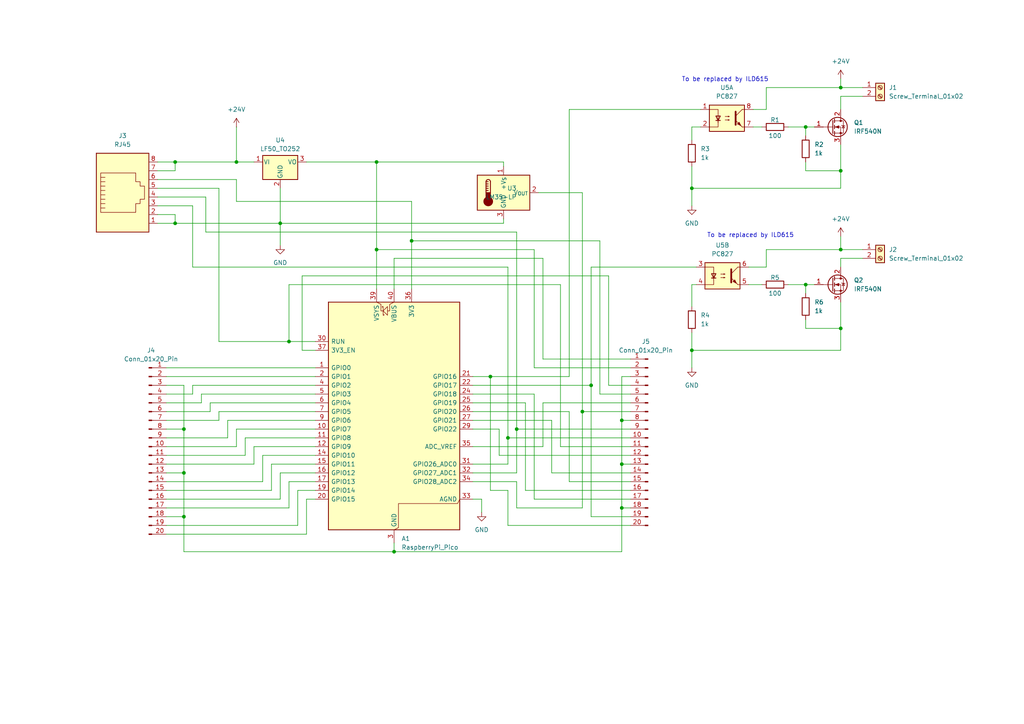
<source format=kicad_sch>
(kicad_sch (version 20250114) (generator "eeschema") (generator_version "9.0")
  (paper "A4")
  (lib_symbols
    (symbol "Connector:Conn_01x20_Pin" (pin_names (offset 1.016) (hide yes))
      (property "Reference" "J" (at 0 25.4 0))
      (property "Value" "Conn_01x20_Pin" (at 0 -27.94 0))
      (symbol "Conn_01x20_Pin_1_1"
        (rectangle (start 0.8636 22.987) (end 0 22.733) (stroke (width 0.1524)) (fill (type outline)))
        (rectangle (start 0.8636 20.447) (end 0 20.193) (stroke (width 0.1524)) (fill (type outline)))
        (rectangle (start 0.8636 17.907) (end 0 17.653) (stroke (width 0.1524)) (fill (type outline)))
        (rectangle (start 0.8636 15.367) (end 0 15.113) (stroke (width 0.1524)) (fill (type outline)))
        (rectangle (start 0.8636 12.827) (end 0 12.573) (stroke (width 0.1524)) (fill (type outline)))
        (rectangle (start 0.8636 10.287) (end 0 10.033) (stroke (width 0.1524)) (fill (type outline)))
        (rectangle (start 0.8636 7.747) (end 0 7.493) (stroke (width 0.1524)) (fill (type outline)))
        (rectangle (start 0.8636 5.207) (end 0 4.953) (stroke (width 0.1524)) (fill (type outline)))
        (rectangle (start 0.8636 2.667) (end 0 2.413) (stroke (width 0.1524)) (fill (type outline)))
        (rectangle (start 0.8636 0.127) (end 0 -0.127) (stroke (width 0.1524)) (fill (type outline)))
        (rectangle (start 0.8636 -2.413) (end 0 -2.667) (stroke (width 0.1524)) (fill (type outline)))
        (rectangle (start 0.8636 -4.953) (end 0 -5.207) (stroke (width 0.1524)) (fill (type outline)))
        (rectangle (start 0.8636 -7.493) (end 0 -7.747) (stroke (width 0.1524)) (fill (type outline)))
        (rectangle (start 0.8636 -10.033) (end 0 -10.287) (stroke (width 0.1524)) (fill (type outline)))
        (rectangle (start 0.8636 -12.573) (end 0 -12.827) (stroke (width 0.1524)) (fill (type outline)))
        (rectangle (start 0.8636 -15.113) (end 0 -15.367) (stroke (width 0.1524)) (fill (type outline)))
        (rectangle (start 0.8636 -17.653) (end 0 -17.907) (stroke (width 0.1524)) (fill (type outline)))
        (rectangle (start 0.8636 -20.193) (end 0 -20.447) (stroke (width 0.1524)) (fill (type outline)))
        (rectangle (start 0.8636 -22.733) (end 0 -22.987) (stroke (width 0.1524)) (fill (type outline)))
        (rectangle (start 0.8636 -25.273) (end 0 -25.527) (stroke (width 0.1524)) (fill (type outline)))
        (polyline (pts (xy 1.27 22.86) (xy 0.8636 22.86)) (stroke (width 0.1524)))
        (polyline (pts (xy 1.27 20.32) (xy 0.8636 20.32)) (stroke (width 0.1524)))
        (polyline (pts (xy 1.27 17.78) (xy 0.8636 17.78)) (stroke (width 0.1524)))
        (polyline (pts (xy 1.27 15.24) (xy 0.8636 15.24)) (stroke (width 0.1524)))
        (polyline (pts (xy 1.27 12.7) (xy 0.8636 12.7)) (stroke (width 0.1524)))
        (polyline (pts (xy 1.27 10.16) (xy 0.8636 10.16)) (stroke (width 0.1524)))
        (polyline (pts (xy 1.27 7.62) (xy 0.8636 7.62)) (stroke (width 0.1524)))
        (polyline (pts (xy 1.27 5.08) (xy 0.8636 5.08)) (stroke (width 0.1524)))
        (polyline (pts (xy 1.27 2.54) (xy 0.8636 2.54)) (stroke (width 0.1524)))
        (polyline (pts (xy 1.27 0) (xy 0.8636 0)) (stroke (width 0.1524)))
        (polyline (pts (xy 1.27 -2.54) (xy 0.8636 -2.54)) (stroke (width 0.1524)))
        (polyline (pts (xy 1.27 -5.08) (xy 0.8636 -5.08)) (stroke (width 0.1524)))
        (polyline (pts (xy 1.27 -7.62) (xy 0.8636 -7.62)) (stroke (width 0.1524)))
        (polyline (pts (xy 1.27 -10.16) (xy 0.8636 -10.16)) (stroke (width 0.1524)))
        (polyline (pts (xy 1.27 -12.7) (xy 0.8636 -12.7)) (stroke (width 0.1524)))
        (polyline (pts (xy 1.27 -15.24) (xy 0.8636 -15.24)) (stroke (width 0.1524)))
        (polyline (pts (xy 1.27 -17.78) (xy 0.8636 -17.78)) (stroke (width 0.1524)))
        (polyline (pts (xy 1.27 -20.32) (xy 0.8636 -20.32)) (stroke (width 0.1524)))
        (polyline (pts (xy 1.27 -22.86) (xy 0.8636 -22.86)) (stroke (width 0.1524)))
        (polyline (pts (xy 1.27 -25.4) (xy 0.8636 -25.4)) (stroke (width 0.1524)))
        (pin passive line (at 5.08 22.86 180) (length 3.81) (name "Pin_1") (number "1"))
        (pin passive line (at 5.08 20.32 180) (length 3.81) (name "Pin_2") (number "2"))
        (pin passive line (at 5.08 17.78 180) (length 3.81) (name "Pin_3") (number "3"))
        (pin passive line (at 5.08 15.24 180) (length 3.81) (name "Pin_4") (number "4"))
        (pin passive line (at 5.08 12.7 180) (length 3.81) (name "Pin_5") (number "5"))
        (pin passive line (at 5.08 10.16 180) (length 3.81) (name "Pin_6") (number "6"))
        (pin passive line (at 5.08 7.62 180) (length 3.81) (name "Pin_7") (number "7"))
        (pin passive line (at 5.08 5.08 180) (length 3.81) (name "Pin_8") (number "8"))
        (pin passive line (at 5.08 2.54 180) (length 3.81) (name "Pin_9") (number "9"))
        (pin passive line (at 5.08 0 180) (length 3.81) (name "Pin_10") (number "10"))
        (pin passive line (at 5.08 -2.54 180) (length 3.81) (name "Pin_11") (number "11"))
        (pin passive line (at 5.08 -5.08 180) (length 3.81) (name "Pin_12") (number "12"))
        (pin passive line (at 5.08 -7.62 180) (length 3.81) (name "Pin_13") (number "13"))
        (pin passive line (at 5.08 -10.16 180) (length 3.81) (name "Pin_14") (number "14"))
        (pin passive line (at 5.08 -12.7 180) (length 3.81) (name "Pin_15") (number "15"))
        (pin passive line (at 5.08 -15.24 180) (length 3.81) (name "Pin_16") (number "16"))
        (pin passive line (at 5.08 -17.78 180) (length 3.81) (name "Pin_17") (number "17"))
        (pin passive line (at 5.08 -20.32 180) (length 3.81) (name "Pin_18") (number "18"))
        (pin passive line (at 5.08 -22.86 180) (length 3.81) (name "Pin_19") (number "19"))
        (pin passive line (at 5.08 -25.4 180) (length 3.81) (name "Pin_20") (number "20"))
      )
    )
    (symbol "Connector:RJ45" (pin_names (offset 1.016))
      (property "Reference" "J" (at -5.08 13.97 0))
      (property "Value" "RJ45" (at 2.54 13.97 0))
      (symbol "RJ45_0_1"
        (polyline (pts (xy -6.35 1.905) (xy -5.08 1.905) (xy -5.08 1.905)))
        (polyline (pts (xy -6.35 0.635) (xy -5.08 0.635) (xy -5.08 0.635)))
        (polyline (pts (xy -6.35 -0.635) (xy -5.08 -0.635) (xy -5.08 -0.635)))
        (polyline (pts (xy -6.35 -1.905) (xy -5.08 -1.905) (xy -5.08 -1.905)))
        (polyline (pts (xy -6.35 -3.175) (xy -5.08 -3.175) (xy -5.08 -3.175)))
        (polyline (pts (xy -6.35 -4.445) (xy -6.35 6.985) (xy 3.81 6.985) (xy 3.81 4.445) (xy 5.08 4.445) (xy 5.08 3.175) (xy 6.35 3.175) (xy 6.35 -0.635) (xy 5.08 -0.635) (xy 5.08 -1.905) (xy 3.81 -1.905) (xy 3.81 -4.445) (xy -6.35 -4.445) (xy -6.35 -4.445)))
        (polyline (pts (xy -5.08 5.715) (xy -6.35 5.715)))
        (polyline (pts (xy -5.08 4.445) (xy -6.35 4.445)))
        (polyline (pts (xy -5.08 3.175) (xy -6.35 3.175) (xy -6.35 3.175)))
        (rectangle (start 7.62 12.7) (end -7.62 -10.16) (stroke (width 0.254)) (fill (type background)))
      )
      (symbol "RJ45_1_1"
        (pin passive line (at 10.16 10.16 180) (length 2.54) (name "~") (number "8"))
        (pin passive line (at 10.16 7.62 180) (length 2.54) (name "~") (number "7"))
        (pin passive line (at 10.16 5.08 180) (length 2.54) (name "~") (number "6"))
        (pin passive line (at 10.16 2.54 180) (length 2.54) (name "~") (number "5"))
        (pin passive line (at 10.16 0 180) (length 2.54) (name "~") (number "4"))
        (pin passive line (at 10.16 -2.54 180) (length 2.54) (name "~") (number "3"))
        (pin passive line (at 10.16 -5.08 180) (length 2.54) (name "~") (number "2"))
        (pin passive line (at 10.16 -7.62 180) (length 2.54) (name "~") (number "1"))
      )
    )
    (symbol "Connector:Screw_Terminal_01x02" (pin_names (offset 1.016) (hide yes))
      (property "Reference" "J" (at 0 2.54 0))
      (property "Value" "Screw_Terminal_01x02" (at 0 -5.08 0))
      (symbol "Screw_Terminal_01x02_1_1"
        (rectangle (start -1.27 1.27) (end 1.27 -3.81) (stroke (width 0.254)) (fill (type background)))
        (polyline (pts (xy -0.5334 0.3302) (xy 0.3302 -0.508)) (stroke (width 0.1524)))
        (polyline (pts (xy -0.5334 -2.2098) (xy 0.3302 -3.048)) (stroke (width 0.1524)))
        (polyline (pts (xy -0.3556 0.508) (xy 0.508 -0.3302)) (stroke (width 0.1524)))
        (polyline (pts (xy -0.3556 -2.032) (xy 0.508 -2.8702)) (stroke (width 0.1524)))
        (circle (center 0 0) (radius 0.635) (stroke (width 0.1524)))
        (circle (center 0 -2.54) (radius 0.635) (stroke (width 0.1524)))
        (pin passive line (at -5.08 0 0) (length 3.81) (name "Pin_1") (number "1"))
        (pin passive line (at -5.08 -2.54 0) (length 3.81) (name "Pin_2") (number "2"))
      )
    )
    (symbol "Device:R" (pin_numbers (hide yes)) (pin_names (offset 0))
      (property "Reference" "R" (at 2.032 0 90))
      (property "Value" "R" (at 0 0 90))
      (symbol "R_0_1"
        (rectangle (start -1.016 -2.54) (end 1.016 2.54) (stroke (width 0.254)))
      )
      (symbol "R_1_1"
        (pin passive line (at 0 3.81 270) (length 1.27) (name "~") (number "1"))
        (pin passive line (at 0 -3.81 90) (length 1.27) (name "~") (number "2"))
      )
    )
    (symbol "Isolator:PC827" (pin_names (offset 1.016))
      (property "Reference" "U" (at -5.08 5.08 0))
      (property "Value" "PC827" (at 0 5.08 0))
      (symbol "PC827_0_1"
        (rectangle (start -5.08 3.81) (end 5.08 -3.81) (stroke (width 0.254)) (fill (type background)))
        (polyline (pts (xy -5.08 2.54) (xy -2.54 2.54) (xy -2.54 -1.27) (xy -2.54 0.635)))
        (polyline (pts (xy -3.175 -0.635) (xy -1.905 -0.635)) (stroke (width 0.254)))
        (polyline (pts (xy -2.54 -0.635) (xy -2.54 -2.54) (xy -5.08 -2.54)))
        (polyline (pts (xy -2.54 -0.635) (xy -3.175 0.635) (xy -1.905 0.635) (xy -2.54 -0.635)) (stroke (width 0.254)))
        (polyline (pts (xy -0.508 0.508) (xy 0.762 0.508) (xy 0.381 0.381) (xy 0.381 0.635) (xy 0.762 0.508)))
        (polyline (pts (xy -0.508 -0.508) (xy 0.762 -0.508) (xy 0.381 -0.635) (xy 0.381 -0.381) (xy 0.762 -0.508)))
        (polyline (pts (xy 2.54 1.905) (xy 2.54 -1.905) (xy 2.54 -1.905)) (stroke (width 0.508)))
        (polyline (pts (xy 2.54 0.635) (xy 4.445 2.54)))
        (polyline (pts (xy 3.048 -1.651) (xy 3.556 -1.143) (xy 4.064 -2.159) (xy 3.048 -1.651) (xy 3.048 -1.651)) (fill (type outline)))
        (polyline (pts (xy 4.445 2.54) (xy 5.08 2.54)))
        (polyline (pts (xy 4.445 -2.54) (xy 2.54 -0.635)) (fill (type outline)))
        (polyline (pts (xy 4.445 -2.54) (xy 5.08 -2.54)))
      )
      (symbol "PC827_1_1"
        (pin passive line (at -7.62 2.54 0) (length 2.54) (name "~") (number "1"))
        (pin passive line (at -7.62 -2.54 0) (length 2.54) (name "~") (number "2"))
        (pin passive line (at 7.62 2.54 180) (length 2.54) (name "~") (number "8"))
        (pin passive line (at 7.62 -2.54 180) (length 2.54) (name "~") (number "7"))
      )
      (symbol "PC827_2_1"
        (pin passive line (at -7.62 2.54 0) (length 2.54) (name "~") (number "3"))
        (pin passive line (at -7.62 -2.54 0) (length 2.54) (name "~") (number "4"))
        (pin passive line (at 7.62 2.54 180) (length 2.54) (name "~") (number "6"))
        (pin passive line (at 7.62 -2.54 180) (length 2.54) (name "~") (number "5"))
      )
    )
    (symbol "MCU_Module:RaspberryPi_Pico" (pin_names (offset 0.762))
      (property "Reference" "A" (at -19.05 35.56 0))
      (property "Value" "RaspberryPi_Pico" (at 7.62 35.56 0))
      (symbol "RaspberryPi_Pico_0_1"
        (rectangle (start -19.05 34.29) (end 19.05 -31.75) (stroke (width 0.254)) (fill (type background)))
        (polyline (pts (xy -5.08 34.29) (xy -3.81 33.655) (xy -3.81 31.75) (xy -3.175 31.75)))
        (polyline (pts (xy -3.429 32.766) (xy -3.429 33.02) (xy -3.175 33.02) (xy -3.175 30.48) (xy -2.921 30.48) (xy -2.921 30.734)))
        (polyline (pts (xy -3.175 31.75) (xy -1.905 33.02) (xy -1.905 30.48) (xy -3.175 31.75)))
        (polyline (pts (xy 0 34.29) (xy -1.27 33.655) (xy -1.27 31.75) (xy -1.905 31.75)))
        (polyline (pts (xy 0 -31.75) (xy 1.27 -31.115) (xy 1.27 -24.13) (xy 18.415 -24.13) (xy 19.05 -22.86)))
      )
      (symbol "RaspberryPi_Pico_1_1"
        (pin passive line (at -22.86 22.86 0) (length 3.81) (name "RUN") (number "30"))
        (pin passive line (at -22.86 20.32 0) (length 3.81) (name "3V3_EN") (number "37"))
        (pin bidirectional line (at -22.86 15.24 0) (length 3.81) (name "GPIO0") (number "1"))
        (pin bidirectional line (at -22.86 12.7 0) (length 3.81) (name "GPIO1") (number "2"))
        (pin bidirectional line (at -22.86 10.16 0) (length 3.81) (name "GPIO2") (number "4"))
        (pin bidirectional line (at -22.86 7.62 0) (length 3.81) (name "GPIO3") (number "5"))
        (pin bidirectional line (at -22.86 5.08 0) (length 3.81) (name "GPIO4") (number "6"))
        (pin bidirectional line (at -22.86 2.54 0) (length 3.81) (name "GPIO5") (number "7"))
        (pin bidirectional line (at -22.86 0 0) (length 3.81) (name "GPIO6") (number "9"))
        (pin bidirectional line (at -22.86 -2.54 0) (length 3.81) (name "GPIO7") (number "10"))
        (pin bidirectional line (at -22.86 -5.08 0) (length 3.81) (name "GPIO8") (number "11"))
        (pin bidirectional line (at -22.86 -7.62 0) (length 3.81) (name "GPIO9") (number "12"))
        (pin bidirectional line (at -22.86 -10.16 0) (length 3.81) (name "GPIO10") (number "14"))
        (pin bidirectional line (at -22.86 -12.7 0) (length 3.81) (name "GPIO11") (number "15"))
        (pin bidirectional line (at -22.86 -15.24 0) (length 3.81) (name "GPIO12") (number "16"))
        (pin bidirectional line (at -22.86 -17.78 0) (length 3.81) (name "GPIO13") (number "17"))
        (pin bidirectional line (at -22.86 -20.32 0) (length 3.81) (name "GPIO14") (number "19"))
        (pin bidirectional line (at -22.86 -22.86 0) (length 3.81) (name "GPIO15") (number "20"))
        (pin power_in line (at -5.08 38.1 270) (length 3.81) (name "VSYS") (number "39"))
        (pin power_out line (at 0 38.1 270) (length 3.81) (name "VBUS") (number "40"))
        (pin passive line (at 0 -35.56 90) (length 3.81) (hide yes) (name "GND") (number "13"))
        (pin passive line (at 0 -35.56 90) (length 3.81) (hide yes) (name "GND") (number "18"))
        (pin passive line (at 0 -35.56 90) (length 3.81) (hide yes) (name "GND") (number "23"))
        (pin passive line (at 0 -35.56 90) (length 3.81) (hide yes) (name "GND") (number "28"))
        (pin power_out line (at 0 -35.56 90) (length 3.81) (name "GND") (number "3"))
        (pin passive line (at 0 -35.56 90) (length 3.81) (hide yes) (name "GND") (number "38"))
        (pin passive line (at 0 -35.56 90) (length 3.81) (hide yes) (name "GND") (number "8"))
        (pin power_out line (at 5.08 38.1 270) (length 3.81) (name "3V3") (number "36"))
        (pin bidirectional line (at 22.86 12.7 180) (length 3.81) (name "GPIO16") (number "21"))
        (pin bidirectional line (at 22.86 10.16 180) (length 3.81) (name "GPIO17") (number "22"))
        (pin bidirectional line (at 22.86 7.62 180) (length 3.81) (name "GPIO18") (number "24"))
        (pin bidirectional line (at 22.86 5.08 180) (length 3.81) (name "GPIO19") (number "25"))
        (pin bidirectional line (at 22.86 2.54 180) (length 3.81) (name "GPIO20") (number "26"))
        (pin bidirectional line (at 22.86 0 180) (length 3.81) (name "GPIO21") (number "27"))
        (pin bidirectional line (at 22.86 -2.54 180) (length 3.81) (name "GPIO22") (number "29"))
        (pin power_in line (at 22.86 -7.62 180) (length 3.81) (name "ADC_VREF") (number "35"))
        (pin bidirectional line (at 22.86 -12.7 180) (length 3.81) (name "GPIO26_ADC0") (number "31"))
        (pin bidirectional line (at 22.86 -15.24 180) (length 3.81) (name "GPIO27_ADC1") (number "32"))
        (pin bidirectional line (at 22.86 -17.78 180) (length 3.81) (name "GPIO28_ADC2") (number "34"))
        (pin power_out line (at 22.86 -22.86 180) (length 3.81) (name "AGND") (number "33"))
      )
    )
    (symbol "Regulator_Linear:LF50_TO252" (pin_names (offset 0.254))
      (property "Reference" "U" (at -3.81 3.175 0))
      (property "Value" "LF50_TO252" (at 0 3.175 0))
      (symbol "LF50_TO252_0_1"
        (rectangle (start -5.08 1.905) (end 5.08 -5.08) (stroke (width 0.254)) (fill (type background)))
      )
      (symbol "LF50_TO252_1_1"
        (pin power_in line (at -7.62 0 0) (length 2.54) (name "VI") (number "1"))
        (pin power_in line (at 0 -7.62 90) (length 2.54) (name "GND") (number "2"))
        (pin power_out line (at 7.62 0 180) (length 2.54) (name "VO") (number "3"))
      )
    )
    (symbol "Sensor_Temperature:LM35-LP"
      (property "Reference" "U" (at -6.35 6.35 0))
      (property "Value" "LM35-LP" (at 1.27 6.35 0))
      (symbol "LM35-LP_0_1"
        (rectangle (start -7.62 5.08) (end 7.62 -5.08) (stroke (width 0.254)) (fill (type background)))
        (polyline (pts (xy -5.08 3.175) (xy -5.08 0)) (stroke (width 0.254)))
        (polyline (pts (xy -5.08 3.175) (xy -4.445 3.175)) (stroke (width 0.254)))
        (polyline (pts (xy -5.08 2.54) (xy -4.445 2.54)) (stroke (width 0.254)))
        (polyline (pts (xy -5.08 1.905) (xy -4.445 1.905)) (stroke (width 0.254)))
        (polyline (pts (xy -5.08 1.27) (xy -4.445 1.27)) (stroke (width 0.254)))
        (polyline (pts (xy -5.08 0.635) (xy -4.445 0.635)) (stroke (width 0.254)))
        (arc (start -5.08 3.175) (mid -4.445 3.8073) (end -3.81 3.175) (stroke (width 0.254)))
        (circle (center -4.445 -2.54) (radius 1.27) (stroke (width 0.254)) (fill (type outline)))
        (polyline (pts (xy -3.81 3.175) (xy -3.81 0)) (stroke (width 0.254)))
        (rectangle (start -3.81 -1.905) (end -5.08 0) (stroke (width 0.254)) (fill (type outline)))
      )
      (symbol "LM35-LP_1_1"
        (pin power_in line (at 0 7.62 270) (length 2.54) (name "+V_{S}") (number "1"))
        (pin power_in line (at 0 -7.62 90) (length 2.54) (name "GND") (number "3"))
        (pin output line (at 10.16 0 180) (length 2.54) (name "V_{OUT}") (number "2"))
      )
    )
    (symbol "Transistor_FET:IRF540N" (pin_names (hide yes))
      (property "Reference" "Q" (at 5.08 1.905 0))
      (property "Value" "IRF540N" (at 5.08 0 0))
      (symbol "IRF540N_0_1"
        (polyline (pts (xy 0.254 1.905) (xy 0.254 -1.905)) (stroke (width 0.254)))
        (polyline (pts (xy 0.254 0) (xy -2.54 0)))
        (polyline (pts (xy 0.762 2.286) (xy 0.762 1.27)) (stroke (width 0.254)))
        (polyline (pts (xy 0.762 0.508) (xy 0.762 -0.508)) (stroke (width 0.254)))
        (polyline (pts (xy 0.762 -1.27) (xy 0.762 -2.286)) (stroke (width 0.254)))
        (polyline (pts (xy 0.762 -1.778) (xy 3.302 -1.778) (xy 3.302 1.778) (xy 0.762 1.778)))
        (polyline (pts (xy 1.016 0) (xy 2.032 0.381) (xy 2.032 -0.381) (xy 1.016 0)) (fill (type outline)))
        (circle (center 1.651 0) (radius 2.794) (stroke (width 0.254)))
        (polyline (pts (xy 2.54 2.54) (xy 2.54 1.778)))
        (circle (center 2.54 1.778) (radius 0.254) (fill (type outline)))
        (circle (center 2.54 -1.778) (radius 0.254) (fill (type outline)))
        (polyline (pts (xy 2.54 -2.54) (xy 2.54 0) (xy 0.762 0)))
        (polyline (pts (xy 2.794 0.508) (xy 2.921 0.381) (xy 3.683 0.381) (xy 3.81 0.254)))
        (polyline (pts (xy 3.302 0.381) (xy 2.921 -0.254) (xy 3.683 -0.254) (xy 3.302 0.381)))
      )
      (symbol "IRF540N_1_1"
        (pin input line (at -5.08 0 0) (length 2.54) (name "G") (number "1"))
        (pin passive line (at 2.54 5.08 270) (length 2.54) (name "D") (number "2"))
        (pin passive line (at 2.54 -5.08 90) (length 2.54) (name "S") (number "3"))
      )
    )
    (symbol "power:+24V" (power) (pin_numbers (hide yes)) (pin_names (offset 0) (hide yes))
      (property "Value" "+24V" (at 0 3.556 0))
      (symbol "+24V_0_1"
        (polyline (pts (xy -0.762 1.27) (xy 0 2.54)))
        (polyline (pts (xy 0 2.54) (xy 0.762 1.27)))
        (polyline (pts (xy 0 0) (xy 0 2.54)))
      )
      (symbol "+24V_1_1"
        (pin power_in line (at 0 0 90) (length 0) (name "~") (number "1"))
      )
    )
    (symbol "power:GND" (power) (pin_numbers (hide yes)) (pin_names (offset 0) (hide yes))
      (property "Value" "GND" (at 0 -3.81 0))
      (symbol "GND_0_1"
        (polyline (pts (xy 0 0) (xy 0 -1.27) (xy 1.27 -1.27) (xy 0 -2.54) (xy -1.27 -1.27) (xy 0 -1.27)))
      )
      (symbol "GND_1_1"
        (pin power_in line (at 0 0 270) (length 0) (name "~") (number "1"))
      )
    )
  )
  (text "To be replaced by ILD615" (at 210.312 23.114 0) (effects (font (size 1.27 1.27))))
  (text "To be replaced by ILD615" (at 217.678 68.326 0) (effects (font (size 1.27 1.27))))
  (junction (at 109.22 46.99))
  (junction (at 109.22 72.39))
  (junction (at 171.45 111.76))
  (junction (at 114.3 160.02))
  (junction (at 168.91 119.38))
  (junction (at 200.66 54.61))
  (junction (at 243.84 49.53))
  (junction (at 243.84 95.25))
  (junction (at 243.84 25.4))
  (junction (at 147.32 127))
  (junction (at 81.28 64.77))
  (junction (at 53.34 137.16))
  (junction (at 180.34 121.92))
  (junction (at 68.58 46.99))
  (junction (at 83.82 99.06))
  (junction (at 233.68 82.55))
  (junction (at 233.68 36.83))
  (junction (at 180.34 134.62))
  (junction (at 180.34 147.32))
  (junction (at 119.38 69.85))
  (junction (at 149.86 124.46))
  (junction (at 53.34 149.86))
  (junction (at 200.66 101.6))
  (junction (at 53.34 124.46))
  (junction (at 50.8 46.99))
  (junction (at 142.24 109.22))
  (junction (at 50.8 64.77))
  (junction (at 243.84 72.39))
  (wire (pts (xy 222.25 25.4) (xy 243.84 25.4)))
  (wire (pts (xy 48.26 144.78) (xy 81.28 144.78)))
  (wire (pts (xy 83.82 99.06) (xy 91.44 99.06)))
  (wire (pts (xy 60.96 116.84) (xy 91.44 116.84)))
  (wire (pts (xy 53.34 124.46) (xy 53.34 137.16)))
  (wire (pts (xy 87.63 101.6) (xy 91.44 101.6)))
  (wire (pts (xy 154.94 144.78) (xy 182.88 144.78)))
  (wire (pts (xy 45.72 59.69) (xy 55.88 59.69)))
  (wire (pts (xy 48.26 132.08) (xy 71.12 132.08)))
  (wire (pts (xy 66.04 127) (xy 66.04 121.92)))
  (wire (pts (xy 71.12 132.08) (xy 71.12 127)))
  (wire (pts (xy 137.16 116.84) (xy 152.4 116.84)))
  (wire (pts (xy 168.91 147.32) (xy 168.91 119.38)))
  (wire (pts (xy 152.4 142.24) (xy 152.4 116.84)))
  (wire (pts (xy 200.66 54.61) (xy 200.66 59.69)))
  (wire (pts (xy 243.84 27.94) (xy 243.84 31.75)))
  (wire (pts (xy 222.25 77.47) (xy 217.17 77.47)))
  (wire (pts (xy 147.32 127) (xy 147.32 134.62)))
  (wire (pts (xy 171.45 77.47) (xy 201.93 77.47)))
  (wire (pts (xy 218.44 31.75) (xy 222.25 31.75)))
  (wire (pts (xy 162.56 129.54) (xy 162.56 82.55)))
  (wire (pts (xy 243.84 95.25) (xy 243.84 101.6)))
  (wire (pts (xy 200.66 82.55) (xy 200.66 88.9)))
  (wire (pts (xy 233.68 92.71) (xy 233.68 95.25)))
  (wire (pts (xy 228.6 82.55) (xy 233.68 82.55)))
  (wire (pts (xy 55.88 59.69) (xy 55.88 77.47)))
  (wire (pts (xy 144.78 132.08) (xy 182.88 132.08)))
  (wire (pts (xy 149.86 67.31) (xy 149.86 124.46)))
  (wire (pts (xy 58.42 116.84) (xy 58.42 114.3)))
  (wire (pts (xy 45.72 46.99) (xy 50.8 46.99)))
  (wire (pts (xy 243.84 87.63) (xy 243.84 95.25)))
  (wire (pts (xy 55.88 111.76) (xy 91.44 111.76)))
  (wire (pts (xy 63.5 119.38) (xy 91.44 119.38)))
  (wire (pts (xy 81.28 54.61) (xy 81.28 64.77)))
  (wire (pts (xy 68.58 129.54) (xy 68.58 124.46)))
  (wire (pts (xy 109.22 72.39) (xy 109.22 83.82)))
  (wire (pts (xy 137.16 124.46) (xy 144.78 124.46)))
  (wire (pts (xy 233.68 82.55) (xy 233.68 85.09)))
  (wire (pts (xy 78.74 134.62) (xy 91.44 134.62)))
  (wire (pts (xy 109.22 46.99) (xy 109.22 72.39)))
  (wire (pts (xy 45.72 62.23) (xy 50.8 62.23)))
  (wire (pts (xy 243.84 22.86) (xy 243.84 25.4)))
  (wire (pts (xy 233.68 36.83) (xy 233.68 39.37)))
  (wire (pts (xy 149.86 147.32) (xy 168.91 147.32)))
  (wire (pts (xy 48.26 111.76) (xy 53.34 111.76)))
  (wire (pts (xy 243.84 54.61) (xy 200.66 54.61)))
  (wire (pts (xy 149.86 139.7) (xy 149.86 147.32)))
  (wire (pts (xy 45.72 57.15) (xy 59.69 57.15)))
  (wire (pts (xy 162.56 129.54) (xy 182.88 129.54)))
  (wire (pts (xy 53.34 160.02) (xy 114.3 160.02)))
  (wire (pts (xy 109.22 46.99) (xy 146.05 46.99)))
  (wire (pts (xy 68.58 52.07) (xy 68.58 58.42)))
  (wire (pts (xy 48.26 142.24) (xy 78.74 142.24)))
  (wire (pts (xy 180.34 147.32) (xy 182.88 147.32)))
  (wire (pts (xy 165.1 139.7) (xy 165.1 119.38)))
  (wire (pts (xy 48.26 154.94) (xy 88.9 154.94)))
  (wire (pts (xy 180.34 160.02) (xy 114.3 160.02)))
  (wire (pts (xy 119.38 69.85) (xy 119.38 83.82)))
  (wire (pts (xy 88.9 144.78) (xy 91.44 144.78)))
  (wire (pts (xy 171.45 111.76) (xy 171.45 77.47)))
  (wire (pts (xy 63.5 54.61) (xy 63.5 99.06)))
  (wire (pts (xy 173.99 114.3) (xy 173.99 69.85)))
  (wire (pts (xy 165.1 139.7) (xy 182.88 139.7)))
  (wire (pts (xy 45.72 52.07) (xy 68.58 52.07)))
  (wire (pts (xy 180.34 121.92) (xy 180.34 134.62)))
  (wire (pts (xy 180.34 109.22) (xy 180.34 121.92)))
  (wire (pts (xy 48.26 109.22) (xy 91.44 109.22)))
  (wire (pts (xy 48.26 152.4) (xy 86.36 152.4)))
  (wire (pts (xy 233.68 82.55) (xy 236.22 82.55)))
  (wire (pts (xy 48.26 147.32) (xy 83.82 147.32)))
  (wire (pts (xy 243.84 68.58) (xy 243.84 72.39)))
  (wire (pts (xy 119.38 58.42) (xy 119.38 69.85)))
  (wire (pts (xy 81.28 137.16) (xy 91.44 137.16)))
  (wire (pts (xy 160.02 137.16) (xy 160.02 121.92)))
  (wire (pts (xy 86.36 142.24) (xy 91.44 142.24)))
  (wire (pts (xy 233.68 46.99) (xy 233.68 49.53)))
  (wire (pts (xy 165.1 119.38) (xy 137.16 119.38)))
  (wire (pts (xy 68.58 124.46) (xy 91.44 124.46)))
  (wire (pts (xy 156.21 55.88) (xy 168.91 55.88)))
  (wire (pts (xy 157.48 104.14) (xy 182.88 104.14)))
  (wire (pts (xy 88.9 154.94) (xy 88.9 144.78)))
  (wire (pts (xy 146.05 48.26) (xy 146.05 46.99)))
  (wire (pts (xy 48.26 129.54) (xy 68.58 129.54)))
  (wire (pts (xy 55.88 114.3) (xy 55.88 111.76)))
  (wire (pts (xy 142.24 109.22) (xy 165.1 109.22)))
  (wire (pts (xy 243.84 49.53) (xy 243.84 54.61)))
  (wire (pts (xy 48.26 124.46) (xy 53.34 124.46)))
  (wire (pts (xy 55.88 77.47) (xy 147.32 77.47)))
  (wire (pts (xy 146.05 64.77) (xy 81.28 64.77)))
  (wire (pts (xy 180.34 147.32) (xy 180.34 160.02)))
  (wire (pts (xy 137.16 144.78) (xy 139.7 144.78)))
  (wire (pts (xy 114.3 160.02) (xy 114.3 157.48)))
  (wire (pts (xy 222.25 72.39) (xy 222.25 77.47)))
  (wire (pts (xy 147.32 127) (xy 182.88 127)))
  (wire (pts (xy 114.3 83.82) (xy 114.3 74.93)))
  (wire (pts (xy 147.32 142.24) (xy 142.24 142.24)))
  (wire (pts (xy 162.56 82.55) (xy 83.82 82.55)))
  (wire (pts (xy 200.66 96.52) (xy 200.66 101.6)))
  (wire (pts (xy 53.34 111.76) (xy 53.34 124.46)))
  (wire (pts (xy 48.26 139.7) (xy 76.2 139.7)))
  (wire (pts (xy 182.88 152.4) (xy 147.32 152.4)))
  (wire (pts (xy 48.26 127) (xy 66.04 127)))
  (wire (pts (xy 154.94 72.39) (xy 109.22 72.39)))
  (wire (pts (xy 182.88 114.3) (xy 173.99 114.3)))
  (wire (pts (xy 200.66 36.83) (xy 200.66 40.64)))
  (wire (pts (xy 45.72 54.61) (xy 63.5 54.61)))
  (wire (pts (xy 81.28 144.78) (xy 81.28 137.16)))
  (wire (pts (xy 73.66 134.62) (xy 73.66 129.54)))
  (wire (pts (xy 165.1 31.75) (xy 203.2 31.75)))
  (wire (pts (xy 50.8 64.77) (xy 81.28 64.77)))
  (wire (pts (xy 71.12 127) (xy 91.44 127)))
  (wire (pts (xy 137.16 134.62) (xy 147.32 134.62)))
  (wire (pts (xy 68.58 58.42) (xy 119.38 58.42)))
  (wire (pts (xy 200.66 101.6) (xy 200.66 106.68)))
  (wire (pts (xy 176.53 111.76) (xy 176.53 80.01)))
  (wire (pts (xy 200.66 48.26) (xy 200.66 54.61)))
  (wire (pts (xy 142.24 142.24) (xy 142.24 109.22)))
  (wire (pts (xy 182.88 109.22) (xy 180.34 109.22)))
  (wire (pts (xy 48.26 121.92) (xy 63.5 121.92)))
  (wire (pts (xy 146.05 63.5) (xy 146.05 64.77)))
  (wire (pts (xy 182.88 106.68) (xy 154.94 106.68)))
  (wire (pts (xy 154.94 114.3) (xy 154.94 144.78)))
  (wire (pts (xy 243.84 101.6) (xy 200.66 101.6)))
  (wire (pts (xy 168.91 55.88) (xy 168.91 119.38)))
  (wire (pts (xy 86.36 152.4) (xy 86.36 142.24)))
  (wire (pts (xy 68.58 36.83) (xy 68.58 46.99)))
  (wire (pts (xy 201.93 82.55) (xy 200.66 82.55)))
  (wire (pts (xy 53.34 137.16) (xy 53.34 149.86)))
  (wire (pts (xy 73.66 129.54) (xy 91.44 129.54)))
  (wire (pts (xy 233.68 49.53) (xy 243.84 49.53)))
  (wire (pts (xy 50.8 49.53) (xy 50.8 46.99)))
  (wire (pts (xy 182.88 142.24) (xy 152.4 142.24)))
  (wire (pts (xy 149.86 124.46) (xy 182.88 124.46)))
  (wire (pts (xy 217.17 82.55) (xy 220.98 82.55)))
  (wire (pts (xy 160.02 121.92) (xy 137.16 121.92)))
  (wire (pts (xy 48.26 114.3) (xy 55.88 114.3)))
  (wire (pts (xy 149.86 137.16) (xy 137.16 137.16)))
  (wire (pts (xy 53.34 149.86) (xy 53.34 160.02)))
  (wire (pts (xy 180.34 134.62) (xy 182.88 134.62)))
  (wire (pts (xy 48.26 149.86) (xy 53.34 149.86)))
  (wire (pts (xy 165.1 31.75) (xy 165.1 109.22)))
  (wire (pts (xy 218.44 36.83) (xy 220.98 36.83)))
  (wire (pts (xy 243.84 74.93) (xy 243.84 77.47)))
  (wire (pts (xy 81.28 71.12) (xy 81.28 64.77)))
  (wire (pts (xy 87.63 80.01) (xy 87.63 101.6)))
  (wire (pts (xy 45.72 49.53) (xy 50.8 49.53)))
  (wire (pts (xy 182.88 111.76) (xy 176.53 111.76)))
  (wire (pts (xy 147.32 77.47) (xy 147.32 127)))
  (wire (pts (xy 168.91 119.38) (xy 182.88 119.38)))
  (wire (pts (xy 203.2 36.83) (xy 200.66 36.83)))
  (wire (pts (xy 137.16 139.7) (xy 149.86 139.7)))
  (wire (pts (xy 45.72 64.77) (xy 50.8 64.77)))
  (wire (pts (xy 68.58 46.99) (xy 73.66 46.99)))
  (wire (pts (xy 139.7 144.78) (xy 139.7 148.59)))
  (wire (pts (xy 157.48 74.93) (xy 157.48 104.14)))
  (wire (pts (xy 83.82 82.55) (xy 83.82 99.06)))
  (wire (pts (xy 78.74 142.24) (xy 78.74 134.62)))
  (wire (pts (xy 137.16 114.3) (xy 154.94 114.3)))
  (wire (pts (xy 222.25 72.39) (xy 243.84 72.39)))
  (wire (pts (xy 48.26 134.62) (xy 73.66 134.62)))
  (wire (pts (xy 173.99 69.85) (xy 119.38 69.85)))
  (wire (pts (xy 88.9 46.99) (xy 109.22 46.99)))
  (wire (pts (xy 180.34 134.62) (xy 180.34 147.32)))
  (wire (pts (xy 182.88 116.84) (xy 157.48 116.84)))
  (wire (pts (xy 48.26 106.68) (xy 91.44 106.68)))
  (wire (pts (xy 233.68 36.83) (xy 236.22 36.83)))
  (wire (pts (xy 147.32 152.4) (xy 147.32 142.24)))
  (wire (pts (xy 137.16 111.76) (xy 171.45 111.76)))
  (wire (pts (xy 149.86 124.46) (xy 149.86 137.16)))
  (wire (pts (xy 137.16 109.22) (xy 142.24 109.22)))
  (wire (pts (xy 160.02 137.16) (xy 182.88 137.16)))
  (wire (pts (xy 222.25 31.75) (xy 222.25 25.4)))
  (wire (pts (xy 83.82 139.7) (xy 91.44 139.7)))
  (wire (pts (xy 50.8 62.23) (xy 50.8 64.77)))
  (wire (pts (xy 48.26 116.84) (xy 58.42 116.84)))
  (wire (pts (xy 60.96 119.38) (xy 60.96 116.84)))
  (wire (pts (xy 228.6 36.83) (xy 233.68 36.83)))
  (wire (pts (xy 50.8 46.99) (xy 68.58 46.99)))
  (wire (pts (xy 66.04 121.92) (xy 91.44 121.92)))
  (wire (pts (xy 63.5 121.92) (xy 63.5 119.38)))
  (wire (pts (xy 59.69 57.15) (xy 59.69 67.31)))
  (wire (pts (xy 76.2 132.08) (xy 91.44 132.08)))
  (wire (pts (xy 233.68 95.25) (xy 243.84 95.25)))
  (wire (pts (xy 171.45 149.86) (xy 171.45 111.76)))
  (wire (pts (xy 243.84 41.91) (xy 243.84 49.53)))
  (wire (pts (xy 76.2 139.7) (xy 76.2 132.08)))
  (wire (pts (xy 144.78 132.08) (xy 144.78 124.46)))
  (wire (pts (xy 243.84 25.4) (xy 250.19 25.4)))
  (wire (pts (xy 250.19 74.93) (xy 243.84 74.93)))
  (wire (pts (xy 157.48 129.54) (xy 137.16 129.54)))
  (wire (pts (xy 48.26 137.16) (xy 53.34 137.16)))
  (wire (pts (xy 83.82 147.32) (xy 83.82 139.7)))
  (wire (pts (xy 48.26 119.38) (xy 60.96 119.38)))
  (wire (pts (xy 63.5 99.06) (xy 83.82 99.06)))
  (wire (pts (xy 114.3 74.93) (xy 157.48 74.93)))
  (wire (pts (xy 243.84 72.39) (xy 250.19 72.39)))
  (wire (pts (xy 180.34 121.92) (xy 182.88 121.92)))
  (wire (pts (xy 59.69 67.31) (xy 149.86 67.31)))
  (wire (pts (xy 157.48 116.84) (xy 157.48 129.54)))
  (wire (pts (xy 182.88 149.86) (xy 171.45 149.86)))
  (wire (pts (xy 176.53 80.01) (xy 87.63 80.01)))
  (wire (pts (xy 58.42 114.3) (xy 91.44 114.3)))
  (wire (pts (xy 250.19 27.94) (xy 243.84 27.94)))
  (wire (pts (xy 154.94 106.68) (xy 154.94 72.39)))
  (symbol (lib_id "Sensor_Temperature:LM35-LP") (at 146.05 55.88 0) (unit 1)
    (property "Reference" "U3" (at 149.86 54.6099 0) (effects (justify right)))
    (property "Value" "LM35-LP" (at 149.86 57.1499 0) (effects (justify right)))
    (property "Footprint" "Package_TO_SOT_THT:TO-92_Inline" (effects (hide yes)))
    (property "Datasheet" "http://www.ti.com/lit/ds/symlink/lm35.pdf" (effects (hide yes)))
    (property "Description" "Precision centigrade temperature sensor, TO-92" (effects (hide yes)))
  )
  (symbol (lib_id "MCU_Module:RaspberryPi_Pico") (at 114.3 121.92 0) (unit 1)
    (property "Reference" "A1" (at 116.4433 156.21 0) (effects (justify left)))
    (property "Value" "RaspberryPi_Pico" (at 116.4433 158.75 0) (effects (justify left)))
    (property "Footprint" "Module:RaspberryPi_Pico_Common_Unspecified" (effects (hide yes)))
    (property "Datasheet" "https://datasheets.raspberrypi.com/pico/pico-datasheet.pdf" (effects (hide yes)))
    (property "Description" "Versatile and inexpensive microcontroller module powered by RP2040 dual-core Arm Cortex-M0+ processor up to 133 MHz, 264kB SRAM, 2MB QSPI flash; also supports Raspberry Pi Pico 2" (effects (hide yes)))
  )
  (symbol (lib_id "Isolator:PC827") (at 210.82 34.29 0) (unit 1)
    (property "Reference" "U5" (at 210.82 25.4 0))
    (property "Value" "PC827" (at 210.82 27.94 0))
    (property "Footprint" "Package_DIP:DIP-8_W7.62mm" (effects (hide yes)))
    (property "Datasheet" "http://optoelectronics.liteon.com/upload/download/DS-70-96-0016/LTV-8X7%20series.PDF" (effects (hide yes)))
    (property "Description" "Dual DC Optocoupler, Vce 35V, CTR 50%, DIP-8" (effects (hide yes)))
  )
  (symbol (lib_id "power:GND") (at 200.66 59.69 0) (unit 1)
    (property "Reference" "#PWR03" (effects (hide yes)))
    (property "Value" "GND" (at 200.66 64.77 0))
    (property "Description" "Power symbol creates a global label with name \"GND\" , ground" (effects (hide yes)))
  )
  (symbol (lib_id "Isolator:PC827") (at 209.55 80.01 0) (unit 2)
    (property "Reference" "U5" (at 209.55 71.12 0))
    (property "Value" "PC827" (at 209.55 73.66 0))
    (property "Footprint" "Package_DIP:DIP-8_W7.62mm" (effects (hide yes)))
    (property "Datasheet" "http://optoelectronics.liteon.com/upload/download/DS-70-96-0016/LTV-8X7%20series.PDF" (effects (hide yes)))
    (property "Description" "Dual DC Optocoupler, Vce 35V, CTR 50%, DIP-8" (effects (hide yes)))
  )
  (symbol (lib_id "Transistor_FET:IRF540N") (at 241.3 36.83 0) (unit 1)
    (property "Reference" "Q1" (at 247.65 35.5599 0) (effects (justify left)))
    (property "Value" "IRF540N" (at 247.65 38.0999 0) (effects (justify left)))
    (property "Footprint" "Package_TO_SOT_THT:TO-220-3_Vertical" (effects (hide yes)))
    (property "Datasheet" "http://www.irf.com/product-info/datasheets/data/irf540n.pdf" (effects (hide yes)))
    (property "Description" "33A Id, 100V Vds, HEXFET N-Channel MOSFET, TO-220" (effects (hide yes)))
  )
  (symbol (lib_id "Connector:RJ45") (at 35.56 57.15 0) (unit 1)
    (property "Reference" "J3" (at 35.56 39.37 0))
    (property "Value" "RJ45" (at 35.56 41.91 0))
    (property "Footprint" "Connector_RJ:RJ45_Amphenol_54602-x08_Horizontal" (effects (hide yes)))
    (property "Description" "RJ connector, 8P8C (8 positions 8 connected)" (effects (hide yes)))
  )
  (symbol (lib_id "Device:R") (at 233.68 43.18 180) (unit 1)
    (property "Reference" "R2" (at 236.22 41.9099 0) (effects (justify right)))
    (property "Value" "1k" (at 236.22 44.4499 0) (effects (justify right)))
    (property "Footprint" "Resistor_SMD:R_1206_3216Metric_Pad1.30x1.75mm_HandSolder" (effects (hide yes)))
    (property "Description" "Resistor" (effects (hide yes)))
  )
  (symbol (lib_id "power:+24V") (at 243.84 22.86 0) (unit 1)
    (property "Reference" "#PWR05" (effects (hide yes)))
    (property "Value" "+24V" (at 243.84 17.78 0))
    (property "Description" "Power symbol creates a global label with name \"+24V\"" (effects (hide yes)))
  )
  (symbol (lib_id "Connector:Screw_Terminal_01x02") (at 255.27 72.39 0) (unit 1)
    (property "Reference" "J2" (at 257.81 72.3899 0) (effects (justify left)))
    (property "Value" "Screw_Terminal_01x02" (at 257.81 74.9299 0) (effects (justify left)))
    (property "Footprint" "TerminalBlock:TerminalBlock_bornier-2_P5.08mm" (effects (hide yes)))
    (property "Description" "Generic screw terminal, single row, 01x02, script generated (kicad-library-utils/schlib/autogen/connector/)" (effects (hide yes)))
  )
  (symbol (lib_id "Connector:Screw_Terminal_01x02") (at 255.27 25.4 0) (unit 1)
    (property "Reference" "J1" (at 257.81 25.3999 0) (effects (justify left)))
    (property "Value" "Screw_Terminal_01x02" (at 257.81 27.9399 0) (effects (justify left)))
    (property "Footprint" "TerminalBlock:TerminalBlock_bornier-2_P5.08mm" (effects (hide yes)))
    (property "Description" "Generic screw terminal, single row, 01x02, script generated (kicad-library-utils/schlib/autogen/connector/)" (effects (hide yes)))
  )
  (symbol (lib_id "Regulator_Linear:LF50_TO252") (at 81.28 46.99 0) (unit 1)
    (property "Reference" "U4" (at 81.28 40.64 0))
    (property "Value" "LF50_TO252" (at 81.28 43.18 0))
    (property "Footprint" "Package_TO_SOT_SMD:TO-252-2" (effects (hide yes)))
    (property "Datasheet" "http://www.st.com/content/ccc/resource/technical/document/datasheet/c4/0e/7e/2a/be/bc/4c/bd/CD00000546.pdf/files/CD00000546.pdf/jcr:content/translations/en.CD00000546.pdf" (effects (hide yes)))
    (property "Description" "Low-drop Voltage Regulator, Io up to 500mA, Fixed Vo 5.0V, TO-252 (DPAK)" (effects (hide yes)))
  )
  (symbol (lib_id "power:GND") (at 200.66 106.68 0) (unit 1)
    (property "Reference" "#PWR04" (effects (hide yes)))
    (property "Value" "GND" (at 200.66 111.76 0))
    (property "Description" "Power symbol creates a global label with name \"GND\" , ground" (effects (hide yes)))
  )
  (symbol (lib_id "power:GND") (at 81.28 71.12 0) (unit 1)
    (property "Reference" "#PWR06" (effects (hide yes)))
    (property "Value" "GND" (at 81.28 76.2 0))
    (property "Description" "Power symbol creates a global label with name \"GND\" , ground" (effects (hide yes)))
  )
  (symbol (lib_id "power:+24V") (at 68.58 36.83 0) (unit 1)
    (property "Reference" "#PWR07" (effects (hide yes)))
    (property "Value" "+24V" (at 68.58 31.75 0))
    (property "Description" "Power symbol creates a global label with name \"+24V\"" (effects (hide yes)))
  )
  (symbol (lib_id "Device:R") (at 200.66 44.45 180) (unit 1)
    (property "Reference" "R3" (at 203.2 43.1799 0) (effects (justify right)))
    (property "Value" "1k" (at 203.2 45.7199 0) (effects (justify right)))
    (property "Footprint" "Resistor_SMD:R_1206_3216Metric_Pad1.30x1.75mm_HandSolder" (effects (hide yes)))
    (property "Description" "Resistor" (effects (hide yes)))
  )
  (symbol (lib_id "Device:R") (at 233.68 88.9 180) (unit 1)
    (property "Reference" "R6" (at 236.22 87.6299 0) (effects (justify right)))
    (property "Value" "1k" (at 236.22 90.1699 0) (effects (justify right)))
    (property "Footprint" "Resistor_SMD:R_1206_3216Metric_Pad1.30x1.75mm_HandSolder" (effects (hide yes)))
    (property "Description" "Resistor" (effects (hide yes)))
  )
  (symbol (lib_id "power:GND") (at 139.7 148.59 0) (unit 1)
    (property "Reference" "#PWR08" (effects (hide yes)))
    (property "Value" "GND" (at 139.7 153.67 0))
    (property "Description" "Power symbol creates a global label with name \"GND\" , ground" (effects (hide yes)))
  )
  (symbol (lib_id "Connector:Conn_01x20_Pin") (at 43.18 129.54 0) (unit 1)
    (property "Reference" "J4" (at 43.815 101.6 0))
    (property "Value" "Conn_01x20_Pin" (at 43.815 104.14 0))
    (property "Footprint" "Connector_PinSocket_2.54mm:PinSocket_1x20_P2.54mm_Vertical" (effects (hide yes)))
    (property "Description" "Generic connector, single row, 01x20, script generated" (effects (hide yes)))
  )
  (symbol (lib_id "Device:R") (at 224.79 36.83 90) (unit 1)
    (property "Reference" "R1" (at 224.79 34.798 90))
    (property "Value" "100" (at 224.79 39.37 90))
    (property "Footprint" "Resistor_SMD:R_1206_3216Metric_Pad1.30x1.75mm_HandSolder" (effects (hide yes)))
    (property "Description" "Resistor" (effects (hide yes)))
  )
  (symbol (lib_id "Transistor_FET:IRF540N") (at 241.3 82.55 0) (unit 1)
    (property "Reference" "Q2" (at 247.65 81.2799 0) (effects (justify left)))
    (property "Value" "IRF540N" (at 247.65 83.8199 0) (effects (justify left)))
    (property "Footprint" "Package_TO_SOT_THT:TO-220-3_Vertical" (effects (hide yes)))
    (property "Datasheet" "http://www.irf.com/product-info/datasheets/data/irf540n.pdf" (effects (hide yes)))
    (property "Description" "33A Id, 100V Vds, HEXFET N-Channel MOSFET, TO-220" (effects (hide yes)))
  )
  (symbol (lib_id "power:+24V") (at 243.84 68.58 0) (unit 1)
    (property "Reference" "#PWR02" (effects (hide yes)))
    (property "Value" "+24V" (at 243.84 63.5 0))
    (property "Description" "Power symbol creates a global label with name \"+24V\"" (effects (hide yes)))
  )
  (symbol (lib_id "Device:R") (at 224.79 82.55 90) (unit 1)
    (property "Reference" "R5" (at 224.79 80.518 90))
    (property "Value" "100" (at 224.79 85.09 90))
    (property "Footprint" "Resistor_SMD:R_1206_3216Metric_Pad1.30x1.75mm_HandSolder" (effects (hide yes)))
    (property "Description" "Resistor" (effects (hide yes)))
  )
  (symbol (lib_id "Connector:Conn_01x20_Pin") (at 187.96 127 0) (mirror y) (unit 1)
    (property "Reference" "J5" (at 187.325 99.06 0))
    (property "Value" "Conn_01x20_Pin" (at 187.325 101.6 0))
    (property "Footprint" "Connector_PinSocket_2.54mm:PinSocket_1x20_P2.54mm_Vertical" (effects (hide yes)))
    (property "Description" "Generic connector, single row, 01x20, script generated" (effects (hide yes)))
  )
  (symbol (lib_id "Device:R") (at 200.66 92.71 180) (unit 1)
    (property "Reference" "R4" (at 203.2 91.4399 0) (effects (justify right)))
    (property "Value" "1k" (at 203.2 93.9799 0) (effects (justify right)))
    (property "Footprint" "Resistor_SMD:R_1206_3216Metric_Pad1.30x1.75mm_HandSolder" (effects (hide yes)))
    (property "Description" "Resistor" (effects (hide yes)))
  )
)
</source>
